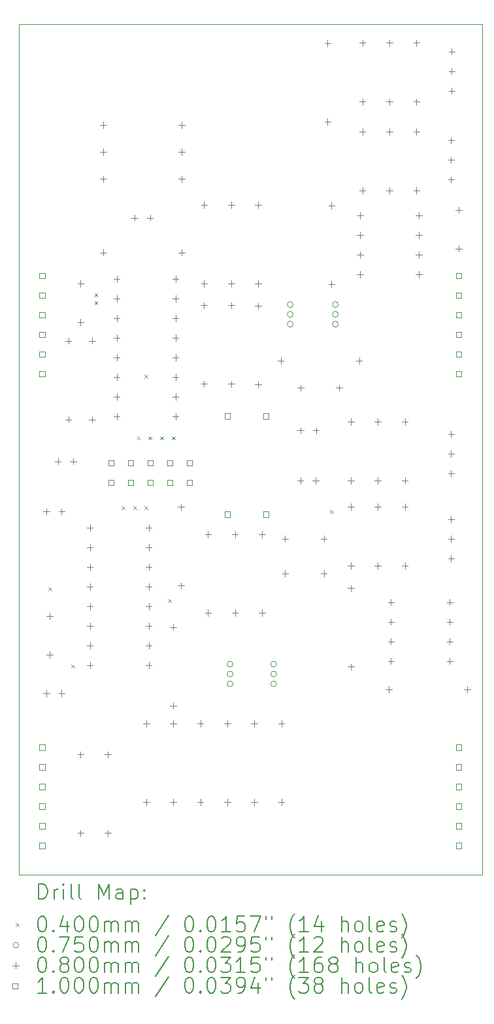
<source format=gbr>
%FSLAX45Y45*%
G04 Gerber Fmt 4.5, Leading zero omitted, Abs format (unit mm)*
G04 Created by KiCad (PCBNEW (6.0.1)) date 2022-02-08 11:35:58*
%MOMM*%
%LPD*%
G01*
G04 APERTURE LIST*
%TA.AperFunction,Profile*%
%ADD10C,0.050000*%
%TD*%
%ADD11C,0.200000*%
%ADD12C,0.040000*%
%ADD13C,0.075000*%
%ADD14C,0.080000*%
%ADD15C,0.100000*%
G04 APERTURE END LIST*
D10*
X9000000Y-3650000D02*
X9000000Y-14650000D01*
X3000000Y-3650000D02*
X9000000Y-3650000D01*
X3000000Y-3650000D02*
X3000000Y-14650000D01*
X3000000Y-14650000D02*
X9000000Y-14650000D01*
D11*
D12*
X3380000Y-10930000D02*
X3420000Y-10970000D01*
X3420000Y-10930000D02*
X3380000Y-10970000D01*
X3680000Y-11930000D02*
X3720000Y-11970000D01*
X3720000Y-11930000D02*
X3680000Y-11970000D01*
X3980000Y-7130000D02*
X4020000Y-7170000D01*
X4020000Y-7130000D02*
X3980000Y-7170000D01*
X3980000Y-7230000D02*
X4020000Y-7270000D01*
X4020000Y-7230000D02*
X3980000Y-7270000D01*
X4330000Y-9880000D02*
X4370000Y-9920000D01*
X4370000Y-9880000D02*
X4330000Y-9920000D01*
X4480000Y-9880000D02*
X4520000Y-9920000D01*
X4520000Y-9880000D02*
X4480000Y-9920000D01*
X4530000Y-8980000D02*
X4570000Y-9020000D01*
X4570000Y-8980000D02*
X4530000Y-9020000D01*
X4630000Y-8180000D02*
X4670000Y-8220000D01*
X4670000Y-8180000D02*
X4630000Y-8220000D01*
X4630000Y-9880000D02*
X4670000Y-9920000D01*
X4670000Y-9880000D02*
X4630000Y-9920000D01*
X4680000Y-8980000D02*
X4720000Y-9020000D01*
X4720000Y-8980000D02*
X4680000Y-9020000D01*
X4830000Y-8980000D02*
X4870000Y-9020000D01*
X4870000Y-8980000D02*
X4830000Y-9020000D01*
X4930000Y-11080000D02*
X4970000Y-11120000D01*
X4970000Y-11080000D02*
X4930000Y-11120000D01*
X4980000Y-8980000D02*
X5020000Y-9020000D01*
X5020000Y-8980000D02*
X4980000Y-9020000D01*
X7030000Y-9930000D02*
X7070000Y-9970000D01*
X7070000Y-9930000D02*
X7030000Y-9970000D01*
D13*
X5773500Y-11923000D02*
G75*
G03*
X5773500Y-11923000I-37500J0D01*
G01*
X5773500Y-12050000D02*
G75*
G03*
X5773500Y-12050000I-37500J0D01*
G01*
X5773500Y-12177000D02*
G75*
G03*
X5773500Y-12177000I-37500J0D01*
G01*
X6337500Y-11923000D02*
G75*
G03*
X6337500Y-11923000I-37500J0D01*
G01*
X6337500Y-12050000D02*
G75*
G03*
X6337500Y-12050000I-37500J0D01*
G01*
X6337500Y-12177000D02*
G75*
G03*
X6337500Y-12177000I-37500J0D01*
G01*
X6551500Y-7273000D02*
G75*
G03*
X6551500Y-7273000I-37500J0D01*
G01*
X6551500Y-7400000D02*
G75*
G03*
X6551500Y-7400000I-37500J0D01*
G01*
X6551500Y-7527000D02*
G75*
G03*
X6551500Y-7527000I-37500J0D01*
G01*
X7137500Y-7273000D02*
G75*
G03*
X7137500Y-7273000I-37500J0D01*
G01*
X7137500Y-7400000D02*
G75*
G03*
X7137500Y-7400000I-37500J0D01*
G01*
X7137500Y-7527000D02*
G75*
G03*
X7137500Y-7527000I-37500J0D01*
G01*
D14*
X3354489Y-9910000D02*
X3354489Y-9990000D01*
X3314489Y-9950000D02*
X3394489Y-9950000D01*
X3354489Y-12260000D02*
X3354489Y-12340000D01*
X3314489Y-12300000D02*
X3394489Y-12300000D01*
X3400000Y-11260000D02*
X3400000Y-11340000D01*
X3360000Y-11300000D02*
X3440000Y-11300000D01*
X3400000Y-11760000D02*
X3400000Y-11840000D01*
X3360000Y-11800000D02*
X3440000Y-11800000D01*
X3504489Y-9260000D02*
X3504489Y-9340000D01*
X3464489Y-9300000D02*
X3544489Y-9300000D01*
X3554489Y-9910000D02*
X3554489Y-9990000D01*
X3514489Y-9950000D02*
X3594489Y-9950000D01*
X3554489Y-12260000D02*
X3554489Y-12340000D01*
X3514489Y-12300000D02*
X3594489Y-12300000D01*
X3640000Y-7702000D02*
X3640000Y-7782000D01*
X3600000Y-7742000D02*
X3680000Y-7742000D01*
X3640000Y-8718000D02*
X3640000Y-8798000D01*
X3600000Y-8758000D02*
X3680000Y-8758000D01*
X3704489Y-9260000D02*
X3704489Y-9340000D01*
X3664489Y-9300000D02*
X3744489Y-9300000D01*
X3800000Y-6960000D02*
X3800000Y-7040000D01*
X3760000Y-7000000D02*
X3840000Y-7000000D01*
X3800000Y-7460000D02*
X3800000Y-7540000D01*
X3760000Y-7500000D02*
X3840000Y-7500000D01*
X3800000Y-13052000D02*
X3800000Y-13132000D01*
X3760000Y-13092000D02*
X3840000Y-13092000D01*
X3800000Y-14068000D02*
X3800000Y-14148000D01*
X3760000Y-14108000D02*
X3840000Y-14108000D01*
X3920000Y-10120000D02*
X3920000Y-10200000D01*
X3880000Y-10160000D02*
X3960000Y-10160000D01*
X3920000Y-10374000D02*
X3920000Y-10454000D01*
X3880000Y-10414000D02*
X3960000Y-10414000D01*
X3920000Y-10628000D02*
X3920000Y-10708000D01*
X3880000Y-10668000D02*
X3960000Y-10668000D01*
X3920000Y-10882000D02*
X3920000Y-10962000D01*
X3880000Y-10922000D02*
X3960000Y-10922000D01*
X3920000Y-11136000D02*
X3920000Y-11216000D01*
X3880000Y-11176000D02*
X3960000Y-11176000D01*
X3920000Y-11390000D02*
X3920000Y-11470000D01*
X3880000Y-11430000D02*
X3960000Y-11430000D01*
X3920000Y-11644000D02*
X3920000Y-11724000D01*
X3880000Y-11684000D02*
X3960000Y-11684000D01*
X3920000Y-11898000D02*
X3920000Y-11978000D01*
X3880000Y-11938000D02*
X3960000Y-11938000D01*
X3950000Y-7702000D02*
X3950000Y-7782000D01*
X3910000Y-7742000D02*
X3990000Y-7742000D01*
X3950000Y-8718000D02*
X3950000Y-8798000D01*
X3910000Y-8758000D02*
X3990000Y-8758000D01*
X4092000Y-4910000D02*
X4092000Y-4990000D01*
X4052000Y-4950000D02*
X4132000Y-4950000D01*
X4092000Y-5260000D02*
X4092000Y-5340000D01*
X4052000Y-5300000D02*
X4132000Y-5300000D01*
X4092000Y-5610000D02*
X4092000Y-5690000D01*
X4052000Y-5650000D02*
X4132000Y-5650000D01*
X4092000Y-6560000D02*
X4092000Y-6640000D01*
X4052000Y-6600000D02*
X4132000Y-6600000D01*
X4150000Y-13052000D02*
X4150000Y-13132000D01*
X4110000Y-13092000D02*
X4190000Y-13092000D01*
X4150000Y-14068000D02*
X4150000Y-14148000D01*
X4110000Y-14108000D02*
X4190000Y-14108000D01*
X4268000Y-6902000D02*
X4268000Y-6982000D01*
X4228000Y-6942000D02*
X4308000Y-6942000D01*
X4268000Y-7156000D02*
X4268000Y-7236000D01*
X4228000Y-7196000D02*
X4308000Y-7196000D01*
X4268000Y-7410000D02*
X4268000Y-7490000D01*
X4228000Y-7450000D02*
X4308000Y-7450000D01*
X4268000Y-7664000D02*
X4268000Y-7744000D01*
X4228000Y-7704000D02*
X4308000Y-7704000D01*
X4268000Y-7918000D02*
X4268000Y-7998000D01*
X4228000Y-7958000D02*
X4308000Y-7958000D01*
X4268000Y-8172000D02*
X4268000Y-8252000D01*
X4228000Y-8212000D02*
X4308000Y-8212000D01*
X4268000Y-8426000D02*
X4268000Y-8506000D01*
X4228000Y-8466000D02*
X4308000Y-8466000D01*
X4268000Y-8680000D02*
X4268000Y-8760000D01*
X4228000Y-8720000D02*
X4308000Y-8720000D01*
X4500000Y-6110000D02*
X4500000Y-6190000D01*
X4460000Y-6150000D02*
X4540000Y-6150000D01*
X4650000Y-12652000D02*
X4650000Y-12732000D01*
X4610000Y-12692000D02*
X4690000Y-12692000D01*
X4650000Y-13668000D02*
X4650000Y-13748000D01*
X4610000Y-13708000D02*
X4690000Y-13708000D01*
X4682000Y-10120000D02*
X4682000Y-10200000D01*
X4642000Y-10160000D02*
X4722000Y-10160000D01*
X4682000Y-10374000D02*
X4682000Y-10454000D01*
X4642000Y-10414000D02*
X4722000Y-10414000D01*
X4682000Y-10628000D02*
X4682000Y-10708000D01*
X4642000Y-10668000D02*
X4722000Y-10668000D01*
X4682000Y-10882000D02*
X4682000Y-10962000D01*
X4642000Y-10922000D02*
X4722000Y-10922000D01*
X4682000Y-11136000D02*
X4682000Y-11216000D01*
X4642000Y-11176000D02*
X4722000Y-11176000D01*
X4682000Y-11390000D02*
X4682000Y-11470000D01*
X4642000Y-11430000D02*
X4722000Y-11430000D01*
X4682000Y-11644000D02*
X4682000Y-11724000D01*
X4642000Y-11684000D02*
X4722000Y-11684000D01*
X4682000Y-11898000D02*
X4682000Y-11978000D01*
X4642000Y-11938000D02*
X4722000Y-11938000D01*
X4700000Y-6110000D02*
X4700000Y-6190000D01*
X4660000Y-6150000D02*
X4740000Y-6150000D01*
X5000000Y-11402000D02*
X5000000Y-11482000D01*
X4960000Y-11442000D02*
X5040000Y-11442000D01*
X5000000Y-12418000D02*
X5000000Y-12498000D01*
X4960000Y-12458000D02*
X5040000Y-12458000D01*
X5000000Y-12652000D02*
X5000000Y-12732000D01*
X4960000Y-12692000D02*
X5040000Y-12692000D01*
X5000000Y-13668000D02*
X5000000Y-13748000D01*
X4960000Y-13708000D02*
X5040000Y-13708000D01*
X5030000Y-6902000D02*
X5030000Y-6982000D01*
X4990000Y-6942000D02*
X5070000Y-6942000D01*
X5030000Y-7156000D02*
X5030000Y-7236000D01*
X4990000Y-7196000D02*
X5070000Y-7196000D01*
X5030000Y-7410000D02*
X5030000Y-7490000D01*
X4990000Y-7450000D02*
X5070000Y-7450000D01*
X5030000Y-7664000D02*
X5030000Y-7744000D01*
X4990000Y-7704000D02*
X5070000Y-7704000D01*
X5030000Y-7918000D02*
X5030000Y-7998000D01*
X4990000Y-7958000D02*
X5070000Y-7958000D01*
X5030000Y-8172000D02*
X5030000Y-8252000D01*
X4990000Y-8212000D02*
X5070000Y-8212000D01*
X5030000Y-8426000D02*
X5030000Y-8506000D01*
X4990000Y-8466000D02*
X5070000Y-8466000D01*
X5030000Y-8680000D02*
X5030000Y-8760000D01*
X4990000Y-8720000D02*
X5070000Y-8720000D01*
X5100000Y-9852000D02*
X5100000Y-9932000D01*
X5060000Y-9892000D02*
X5140000Y-9892000D01*
X5100000Y-10868000D02*
X5100000Y-10948000D01*
X5060000Y-10908000D02*
X5140000Y-10908000D01*
X5108000Y-4910000D02*
X5108000Y-4990000D01*
X5068000Y-4950000D02*
X5148000Y-4950000D01*
X5108000Y-5260000D02*
X5108000Y-5340000D01*
X5068000Y-5300000D02*
X5148000Y-5300000D01*
X5108000Y-5610000D02*
X5108000Y-5690000D01*
X5068000Y-5650000D02*
X5148000Y-5650000D01*
X5108000Y-6560000D02*
X5108000Y-6640000D01*
X5068000Y-6600000D02*
X5148000Y-6600000D01*
X5350000Y-12652000D02*
X5350000Y-12732000D01*
X5310000Y-12692000D02*
X5390000Y-12692000D01*
X5350000Y-13668000D02*
X5350000Y-13748000D01*
X5310000Y-13708000D02*
X5390000Y-13708000D01*
X5400000Y-5944000D02*
X5400000Y-6024000D01*
X5360000Y-5984000D02*
X5440000Y-5984000D01*
X5400000Y-6960000D02*
X5400000Y-7040000D01*
X5360000Y-7000000D02*
X5440000Y-7000000D01*
X5400000Y-7244000D02*
X5400000Y-7324000D01*
X5360000Y-7284000D02*
X5440000Y-7284000D01*
X5400000Y-8260000D02*
X5400000Y-8340000D01*
X5360000Y-8300000D02*
X5440000Y-8300000D01*
X5450000Y-10202000D02*
X5450000Y-10282000D01*
X5410000Y-10242000D02*
X5490000Y-10242000D01*
X5450000Y-11218000D02*
X5450000Y-11298000D01*
X5410000Y-11258000D02*
X5490000Y-11258000D01*
X5700000Y-12652000D02*
X5700000Y-12732000D01*
X5660000Y-12692000D02*
X5740000Y-12692000D01*
X5700000Y-13668000D02*
X5700000Y-13748000D01*
X5660000Y-13708000D02*
X5740000Y-13708000D01*
X5750000Y-5944000D02*
X5750000Y-6024000D01*
X5710000Y-5984000D02*
X5790000Y-5984000D01*
X5750000Y-6960000D02*
X5750000Y-7040000D01*
X5710000Y-7000000D02*
X5790000Y-7000000D01*
X5750000Y-7244000D02*
X5750000Y-7324000D01*
X5710000Y-7284000D02*
X5790000Y-7284000D01*
X5750000Y-8260000D02*
X5750000Y-8340000D01*
X5710000Y-8300000D02*
X5790000Y-8300000D01*
X5800000Y-10202000D02*
X5800000Y-10282000D01*
X5760000Y-10242000D02*
X5840000Y-10242000D01*
X5800000Y-11218000D02*
X5800000Y-11298000D01*
X5760000Y-11258000D02*
X5840000Y-11258000D01*
X6050000Y-12652000D02*
X6050000Y-12732000D01*
X6010000Y-12692000D02*
X6090000Y-12692000D01*
X6050000Y-13668000D02*
X6050000Y-13748000D01*
X6010000Y-13708000D02*
X6090000Y-13708000D01*
X6100000Y-5944000D02*
X6100000Y-6024000D01*
X6060000Y-5984000D02*
X6140000Y-5984000D01*
X6100000Y-6960000D02*
X6100000Y-7040000D01*
X6060000Y-7000000D02*
X6140000Y-7000000D01*
X6100000Y-7252000D02*
X6100000Y-7332000D01*
X6060000Y-7292000D02*
X6140000Y-7292000D01*
X6100000Y-8268000D02*
X6100000Y-8348000D01*
X6060000Y-8308000D02*
X6140000Y-8308000D01*
X6150000Y-10202000D02*
X6150000Y-10282000D01*
X6110000Y-10242000D02*
X6190000Y-10242000D01*
X6150000Y-11218000D02*
X6150000Y-11298000D01*
X6110000Y-11258000D02*
X6190000Y-11258000D01*
X6392000Y-7960000D02*
X6392000Y-8040000D01*
X6352000Y-8000000D02*
X6432000Y-8000000D01*
X6400000Y-12652000D02*
X6400000Y-12732000D01*
X6360000Y-12692000D02*
X6440000Y-12692000D01*
X6400000Y-13668000D02*
X6400000Y-13748000D01*
X6360000Y-13708000D02*
X6440000Y-13708000D01*
X6450000Y-10260000D02*
X6450000Y-10340000D01*
X6410000Y-10300000D02*
X6490000Y-10300000D01*
X6450000Y-10710000D02*
X6450000Y-10790000D01*
X6410000Y-10750000D02*
X6490000Y-10750000D01*
X6645511Y-9510000D02*
X6645511Y-9590000D01*
X6605511Y-9550000D02*
X6685511Y-9550000D01*
X6650000Y-8310000D02*
X6650000Y-8390000D01*
X6610000Y-8350000D02*
X6690000Y-8350000D01*
X6650000Y-8860000D02*
X6650000Y-8940000D01*
X6610000Y-8900000D02*
X6690000Y-8900000D01*
X6845511Y-9510000D02*
X6845511Y-9590000D01*
X6805511Y-9550000D02*
X6885511Y-9550000D01*
X6850000Y-8860000D02*
X6850000Y-8940000D01*
X6810000Y-8900000D02*
X6890000Y-8900000D01*
X6950000Y-10260000D02*
X6950000Y-10340000D01*
X6910000Y-10300000D02*
X6990000Y-10300000D01*
X6950000Y-10710000D02*
X6950000Y-10790000D01*
X6910000Y-10750000D02*
X6990000Y-10750000D01*
X7000000Y-3852000D02*
X7000000Y-3932000D01*
X6960000Y-3892000D02*
X7040000Y-3892000D01*
X7000000Y-4868000D02*
X7000000Y-4948000D01*
X6960000Y-4908000D02*
X7040000Y-4908000D01*
X7050000Y-5952000D02*
X7050000Y-6032000D01*
X7010000Y-5992000D02*
X7090000Y-5992000D01*
X7050000Y-6968000D02*
X7050000Y-7048000D01*
X7010000Y-7008000D02*
X7090000Y-7008000D01*
X7150000Y-8310000D02*
X7150000Y-8390000D01*
X7110000Y-8350000D02*
X7190000Y-8350000D01*
X7300000Y-8748000D02*
X7300000Y-8828000D01*
X7260000Y-8788000D02*
X7340000Y-8788000D01*
X7300000Y-9510000D02*
X7300000Y-9590000D01*
X7260000Y-9550000D02*
X7340000Y-9550000D01*
X7300000Y-9848000D02*
X7300000Y-9928000D01*
X7260000Y-9888000D02*
X7340000Y-9888000D01*
X7300000Y-10610000D02*
X7300000Y-10690000D01*
X7260000Y-10650000D02*
X7340000Y-10650000D01*
X7300000Y-10902000D02*
X7300000Y-10982000D01*
X7260000Y-10942000D02*
X7340000Y-10942000D01*
X7300000Y-11918000D02*
X7300000Y-11998000D01*
X7260000Y-11958000D02*
X7340000Y-11958000D01*
X7408000Y-7960000D02*
X7408000Y-8040000D01*
X7368000Y-8000000D02*
X7448000Y-8000000D01*
X7420000Y-6080000D02*
X7420000Y-6160000D01*
X7380000Y-6120000D02*
X7460000Y-6120000D01*
X7420000Y-6334000D02*
X7420000Y-6414000D01*
X7380000Y-6374000D02*
X7460000Y-6374000D01*
X7420000Y-6588000D02*
X7420000Y-6668000D01*
X7380000Y-6628000D02*
X7460000Y-6628000D01*
X7420000Y-6842000D02*
X7420000Y-6922000D01*
X7380000Y-6882000D02*
X7460000Y-6882000D01*
X7450000Y-3848000D02*
X7450000Y-3928000D01*
X7410000Y-3888000D02*
X7490000Y-3888000D01*
X7450000Y-4610000D02*
X7450000Y-4690000D01*
X7410000Y-4650000D02*
X7490000Y-4650000D01*
X7450000Y-4998000D02*
X7450000Y-5078000D01*
X7410000Y-5038000D02*
X7490000Y-5038000D01*
X7450000Y-5760000D02*
X7450000Y-5840000D01*
X7410000Y-5800000D02*
X7490000Y-5800000D01*
X7650000Y-8748000D02*
X7650000Y-8828000D01*
X7610000Y-8788000D02*
X7690000Y-8788000D01*
X7650000Y-9510000D02*
X7650000Y-9590000D01*
X7610000Y-9550000D02*
X7690000Y-9550000D01*
X7650000Y-9848000D02*
X7650000Y-9928000D01*
X7610000Y-9888000D02*
X7690000Y-9888000D01*
X7650000Y-10610000D02*
X7650000Y-10690000D01*
X7610000Y-10650000D02*
X7690000Y-10650000D01*
X7792000Y-12210000D02*
X7792000Y-12290000D01*
X7752000Y-12250000D02*
X7832000Y-12250000D01*
X7800000Y-3848000D02*
X7800000Y-3928000D01*
X7760000Y-3888000D02*
X7840000Y-3888000D01*
X7800000Y-4610000D02*
X7800000Y-4690000D01*
X7760000Y-4650000D02*
X7840000Y-4650000D01*
X7800000Y-4998000D02*
X7800000Y-5078000D01*
X7760000Y-5038000D02*
X7840000Y-5038000D01*
X7800000Y-5760000D02*
X7800000Y-5840000D01*
X7760000Y-5800000D02*
X7840000Y-5800000D01*
X7820000Y-11080000D02*
X7820000Y-11160000D01*
X7780000Y-11120000D02*
X7860000Y-11120000D01*
X7820000Y-11334000D02*
X7820000Y-11414000D01*
X7780000Y-11374000D02*
X7860000Y-11374000D01*
X7820000Y-11588000D02*
X7820000Y-11668000D01*
X7780000Y-11628000D02*
X7860000Y-11628000D01*
X7820000Y-11842000D02*
X7820000Y-11922000D01*
X7780000Y-11882000D02*
X7860000Y-11882000D01*
X8000000Y-8748000D02*
X8000000Y-8828000D01*
X7960000Y-8788000D02*
X8040000Y-8788000D01*
X8000000Y-9510000D02*
X8000000Y-9590000D01*
X7960000Y-9550000D02*
X8040000Y-9550000D01*
X8000000Y-9848000D02*
X8000000Y-9928000D01*
X7960000Y-9888000D02*
X8040000Y-9888000D01*
X8000000Y-10610000D02*
X8000000Y-10690000D01*
X7960000Y-10650000D02*
X8040000Y-10650000D01*
X8150000Y-3848000D02*
X8150000Y-3928000D01*
X8110000Y-3888000D02*
X8190000Y-3888000D01*
X8150000Y-4610000D02*
X8150000Y-4690000D01*
X8110000Y-4650000D02*
X8190000Y-4650000D01*
X8150000Y-4998000D02*
X8150000Y-5078000D01*
X8110000Y-5038000D02*
X8190000Y-5038000D01*
X8150000Y-5760000D02*
X8150000Y-5840000D01*
X8110000Y-5800000D02*
X8190000Y-5800000D01*
X8182000Y-6080000D02*
X8182000Y-6160000D01*
X8142000Y-6120000D02*
X8222000Y-6120000D01*
X8182000Y-6334000D02*
X8182000Y-6414000D01*
X8142000Y-6374000D02*
X8222000Y-6374000D01*
X8182000Y-6588000D02*
X8182000Y-6668000D01*
X8142000Y-6628000D02*
X8222000Y-6628000D01*
X8182000Y-6842000D02*
X8182000Y-6922000D01*
X8142000Y-6882000D02*
X8222000Y-6882000D01*
X8582000Y-11080000D02*
X8582000Y-11160000D01*
X8542000Y-11120000D02*
X8622000Y-11120000D01*
X8582000Y-11334000D02*
X8582000Y-11414000D01*
X8542000Y-11374000D02*
X8622000Y-11374000D01*
X8582000Y-11588000D02*
X8582000Y-11668000D01*
X8542000Y-11628000D02*
X8622000Y-11628000D01*
X8582000Y-11842000D02*
X8582000Y-11922000D01*
X8542000Y-11882000D02*
X8622000Y-11882000D01*
X8600000Y-5110000D02*
X8600000Y-5190000D01*
X8560000Y-5150000D02*
X8640000Y-5150000D01*
X8600000Y-5364000D02*
X8600000Y-5444000D01*
X8560000Y-5404000D02*
X8640000Y-5404000D01*
X8600000Y-5618000D02*
X8600000Y-5698000D01*
X8560000Y-5658000D02*
X8640000Y-5658000D01*
X8600000Y-8910000D02*
X8600000Y-8990000D01*
X8560000Y-8950000D02*
X8640000Y-8950000D01*
X8600000Y-9164000D02*
X8600000Y-9244000D01*
X8560000Y-9204000D02*
X8640000Y-9204000D01*
X8600000Y-9418000D02*
X8600000Y-9498000D01*
X8560000Y-9458000D02*
X8640000Y-9458000D01*
X8600000Y-10010000D02*
X8600000Y-10090000D01*
X8560000Y-10050000D02*
X8640000Y-10050000D01*
X8600000Y-10264000D02*
X8600000Y-10344000D01*
X8560000Y-10304000D02*
X8640000Y-10304000D01*
X8600000Y-10518000D02*
X8600000Y-10598000D01*
X8560000Y-10558000D02*
X8640000Y-10558000D01*
X8608000Y-3960000D02*
X8608000Y-4040000D01*
X8568000Y-4000000D02*
X8648000Y-4000000D01*
X8608000Y-4214000D02*
X8608000Y-4294000D01*
X8568000Y-4254000D02*
X8648000Y-4254000D01*
X8608000Y-4468000D02*
X8608000Y-4548000D01*
X8568000Y-4508000D02*
X8648000Y-4508000D01*
X8700000Y-6010000D02*
X8700000Y-6090000D01*
X8660000Y-6050000D02*
X8740000Y-6050000D01*
X8700000Y-6510000D02*
X8700000Y-6590000D01*
X8660000Y-6550000D02*
X8740000Y-6550000D01*
X8808000Y-12210000D02*
X8808000Y-12290000D01*
X8768000Y-12250000D02*
X8848000Y-12250000D01*
D15*
X3335356Y-6935356D02*
X3335356Y-6864644D01*
X3264644Y-6864644D01*
X3264644Y-6935356D01*
X3335356Y-6935356D01*
X3335356Y-7189356D02*
X3335356Y-7118644D01*
X3264644Y-7118644D01*
X3264644Y-7189356D01*
X3335356Y-7189356D01*
X3335356Y-7443356D02*
X3335356Y-7372644D01*
X3264644Y-7372644D01*
X3264644Y-7443356D01*
X3335356Y-7443356D01*
X3335356Y-7697356D02*
X3335356Y-7626644D01*
X3264644Y-7626644D01*
X3264644Y-7697356D01*
X3335356Y-7697356D01*
X3335356Y-7951356D02*
X3335356Y-7880644D01*
X3264644Y-7880644D01*
X3264644Y-7951356D01*
X3335356Y-7951356D01*
X3335356Y-8205356D02*
X3335356Y-8134644D01*
X3264644Y-8134644D01*
X3264644Y-8205356D01*
X3335356Y-8205356D01*
X3335356Y-13035356D02*
X3335356Y-12964644D01*
X3264644Y-12964644D01*
X3264644Y-13035356D01*
X3335356Y-13035356D01*
X3335356Y-13289356D02*
X3335356Y-13218644D01*
X3264644Y-13218644D01*
X3264644Y-13289356D01*
X3335356Y-13289356D01*
X3335356Y-13543356D02*
X3335356Y-13472644D01*
X3264644Y-13472644D01*
X3264644Y-13543356D01*
X3335356Y-13543356D01*
X3335356Y-13797356D02*
X3335356Y-13726644D01*
X3264644Y-13726644D01*
X3264644Y-13797356D01*
X3335356Y-13797356D01*
X3335356Y-14051356D02*
X3335356Y-13980644D01*
X3264644Y-13980644D01*
X3264644Y-14051356D01*
X3335356Y-14051356D01*
X3335356Y-14305356D02*
X3335356Y-14234644D01*
X3264644Y-14234644D01*
X3264644Y-14305356D01*
X3335356Y-14305356D01*
X4227856Y-9357856D02*
X4227856Y-9287144D01*
X4157144Y-9287144D01*
X4157144Y-9357856D01*
X4227856Y-9357856D01*
X4227856Y-9611856D02*
X4227856Y-9541144D01*
X4157144Y-9541144D01*
X4157144Y-9611856D01*
X4227856Y-9611856D01*
X4481856Y-9357856D02*
X4481856Y-9287144D01*
X4411144Y-9287144D01*
X4411144Y-9357856D01*
X4481856Y-9357856D01*
X4481856Y-9611856D02*
X4481856Y-9541144D01*
X4411144Y-9541144D01*
X4411144Y-9611856D01*
X4481856Y-9611856D01*
X4735856Y-9357856D02*
X4735856Y-9287144D01*
X4665144Y-9287144D01*
X4665144Y-9357856D01*
X4735856Y-9357856D01*
X4735856Y-9611856D02*
X4735856Y-9541144D01*
X4665144Y-9541144D01*
X4665144Y-9611856D01*
X4735856Y-9611856D01*
X4989856Y-9357856D02*
X4989856Y-9287144D01*
X4919144Y-9287144D01*
X4919144Y-9357856D01*
X4989856Y-9357856D01*
X4989856Y-9611856D02*
X4989856Y-9541144D01*
X4919144Y-9541144D01*
X4919144Y-9611856D01*
X4989856Y-9611856D01*
X5243856Y-9357856D02*
X5243856Y-9287144D01*
X5173144Y-9287144D01*
X5173144Y-9357856D01*
X5243856Y-9357856D01*
X5243856Y-9611856D02*
X5243856Y-9541144D01*
X5173144Y-9541144D01*
X5173144Y-9611856D01*
X5243856Y-9611856D01*
X5735356Y-8750356D02*
X5735356Y-8679644D01*
X5664644Y-8679644D01*
X5664644Y-8750356D01*
X5735356Y-8750356D01*
X5735356Y-10020356D02*
X5735356Y-9949644D01*
X5664644Y-9949644D01*
X5664644Y-10020356D01*
X5735356Y-10020356D01*
X6235356Y-8750356D02*
X6235356Y-8679644D01*
X6164644Y-8679644D01*
X6164644Y-8750356D01*
X6235356Y-8750356D01*
X6235356Y-10020356D02*
X6235356Y-9949644D01*
X6164644Y-9949644D01*
X6164644Y-10020356D01*
X6235356Y-10020356D01*
X8735356Y-6935356D02*
X8735356Y-6864644D01*
X8664644Y-6864644D01*
X8664644Y-6935356D01*
X8735356Y-6935356D01*
X8735356Y-7189356D02*
X8735356Y-7118644D01*
X8664644Y-7118644D01*
X8664644Y-7189356D01*
X8735356Y-7189356D01*
X8735356Y-7443356D02*
X8735356Y-7372644D01*
X8664644Y-7372644D01*
X8664644Y-7443356D01*
X8735356Y-7443356D01*
X8735356Y-7697356D02*
X8735356Y-7626644D01*
X8664644Y-7626644D01*
X8664644Y-7697356D01*
X8735356Y-7697356D01*
X8735356Y-7951356D02*
X8735356Y-7880644D01*
X8664644Y-7880644D01*
X8664644Y-7951356D01*
X8735356Y-7951356D01*
X8735356Y-8205356D02*
X8735356Y-8134644D01*
X8664644Y-8134644D01*
X8664644Y-8205356D01*
X8735356Y-8205356D01*
X8735356Y-13035356D02*
X8735356Y-12964644D01*
X8664644Y-12964644D01*
X8664644Y-13035356D01*
X8735356Y-13035356D01*
X8735356Y-13289356D02*
X8735356Y-13218644D01*
X8664644Y-13218644D01*
X8664644Y-13289356D01*
X8735356Y-13289356D01*
X8735356Y-13543356D02*
X8735356Y-13472644D01*
X8664644Y-13472644D01*
X8664644Y-13543356D01*
X8735356Y-13543356D01*
X8735356Y-13797356D02*
X8735356Y-13726644D01*
X8664644Y-13726644D01*
X8664644Y-13797356D01*
X8735356Y-13797356D01*
X8735356Y-14051356D02*
X8735356Y-13980644D01*
X8664644Y-13980644D01*
X8664644Y-14051356D01*
X8735356Y-14051356D01*
X8735356Y-14305356D02*
X8735356Y-14234644D01*
X8664644Y-14234644D01*
X8664644Y-14305356D01*
X8735356Y-14305356D01*
D11*
X3255119Y-14962976D02*
X3255119Y-14762976D01*
X3302738Y-14762976D01*
X3331309Y-14772500D01*
X3350357Y-14791548D01*
X3359881Y-14810595D01*
X3369405Y-14848690D01*
X3369405Y-14877262D01*
X3359881Y-14915357D01*
X3350357Y-14934405D01*
X3331309Y-14953452D01*
X3302738Y-14962976D01*
X3255119Y-14962976D01*
X3455119Y-14962976D02*
X3455119Y-14829643D01*
X3455119Y-14867738D02*
X3464643Y-14848690D01*
X3474167Y-14839167D01*
X3493214Y-14829643D01*
X3512262Y-14829643D01*
X3578928Y-14962976D02*
X3578928Y-14829643D01*
X3578928Y-14762976D02*
X3569405Y-14772500D01*
X3578928Y-14782024D01*
X3588452Y-14772500D01*
X3578928Y-14762976D01*
X3578928Y-14782024D01*
X3702738Y-14962976D02*
X3683690Y-14953452D01*
X3674167Y-14934405D01*
X3674167Y-14762976D01*
X3807500Y-14962976D02*
X3788452Y-14953452D01*
X3778928Y-14934405D01*
X3778928Y-14762976D01*
X4036071Y-14962976D02*
X4036071Y-14762976D01*
X4102738Y-14905833D01*
X4169405Y-14762976D01*
X4169405Y-14962976D01*
X4350357Y-14962976D02*
X4350357Y-14858214D01*
X4340833Y-14839167D01*
X4321786Y-14829643D01*
X4283690Y-14829643D01*
X4264643Y-14839167D01*
X4350357Y-14953452D02*
X4331310Y-14962976D01*
X4283690Y-14962976D01*
X4264643Y-14953452D01*
X4255119Y-14934405D01*
X4255119Y-14915357D01*
X4264643Y-14896309D01*
X4283690Y-14886786D01*
X4331310Y-14886786D01*
X4350357Y-14877262D01*
X4445595Y-14829643D02*
X4445595Y-15029643D01*
X4445595Y-14839167D02*
X4464643Y-14829643D01*
X4502738Y-14829643D01*
X4521786Y-14839167D01*
X4531310Y-14848690D01*
X4540833Y-14867738D01*
X4540833Y-14924881D01*
X4531310Y-14943928D01*
X4521786Y-14953452D01*
X4502738Y-14962976D01*
X4464643Y-14962976D01*
X4445595Y-14953452D01*
X4626548Y-14943928D02*
X4636071Y-14953452D01*
X4626548Y-14962976D01*
X4617024Y-14953452D01*
X4626548Y-14943928D01*
X4626548Y-14962976D01*
X4626548Y-14839167D02*
X4636071Y-14848690D01*
X4626548Y-14858214D01*
X4617024Y-14848690D01*
X4626548Y-14839167D01*
X4626548Y-14858214D01*
D12*
X2957500Y-15272500D02*
X2997500Y-15312500D01*
X2997500Y-15272500D02*
X2957500Y-15312500D01*
D11*
X3293214Y-15182976D02*
X3312262Y-15182976D01*
X3331309Y-15192500D01*
X3340833Y-15202024D01*
X3350357Y-15221071D01*
X3359881Y-15259167D01*
X3359881Y-15306786D01*
X3350357Y-15344881D01*
X3340833Y-15363928D01*
X3331309Y-15373452D01*
X3312262Y-15382976D01*
X3293214Y-15382976D01*
X3274167Y-15373452D01*
X3264643Y-15363928D01*
X3255119Y-15344881D01*
X3245595Y-15306786D01*
X3245595Y-15259167D01*
X3255119Y-15221071D01*
X3264643Y-15202024D01*
X3274167Y-15192500D01*
X3293214Y-15182976D01*
X3445595Y-15363928D02*
X3455119Y-15373452D01*
X3445595Y-15382976D01*
X3436071Y-15373452D01*
X3445595Y-15363928D01*
X3445595Y-15382976D01*
X3626548Y-15249643D02*
X3626548Y-15382976D01*
X3578928Y-15173452D02*
X3531309Y-15316309D01*
X3655119Y-15316309D01*
X3769405Y-15182976D02*
X3788452Y-15182976D01*
X3807500Y-15192500D01*
X3817024Y-15202024D01*
X3826548Y-15221071D01*
X3836071Y-15259167D01*
X3836071Y-15306786D01*
X3826548Y-15344881D01*
X3817024Y-15363928D01*
X3807500Y-15373452D01*
X3788452Y-15382976D01*
X3769405Y-15382976D01*
X3750357Y-15373452D01*
X3740833Y-15363928D01*
X3731309Y-15344881D01*
X3721786Y-15306786D01*
X3721786Y-15259167D01*
X3731309Y-15221071D01*
X3740833Y-15202024D01*
X3750357Y-15192500D01*
X3769405Y-15182976D01*
X3959881Y-15182976D02*
X3978928Y-15182976D01*
X3997976Y-15192500D01*
X4007500Y-15202024D01*
X4017024Y-15221071D01*
X4026548Y-15259167D01*
X4026548Y-15306786D01*
X4017024Y-15344881D01*
X4007500Y-15363928D01*
X3997976Y-15373452D01*
X3978928Y-15382976D01*
X3959881Y-15382976D01*
X3940833Y-15373452D01*
X3931309Y-15363928D01*
X3921786Y-15344881D01*
X3912262Y-15306786D01*
X3912262Y-15259167D01*
X3921786Y-15221071D01*
X3931309Y-15202024D01*
X3940833Y-15192500D01*
X3959881Y-15182976D01*
X4112262Y-15382976D02*
X4112262Y-15249643D01*
X4112262Y-15268690D02*
X4121786Y-15259167D01*
X4140833Y-15249643D01*
X4169405Y-15249643D01*
X4188452Y-15259167D01*
X4197976Y-15278214D01*
X4197976Y-15382976D01*
X4197976Y-15278214D02*
X4207500Y-15259167D01*
X4226548Y-15249643D01*
X4255119Y-15249643D01*
X4274167Y-15259167D01*
X4283690Y-15278214D01*
X4283690Y-15382976D01*
X4378929Y-15382976D02*
X4378929Y-15249643D01*
X4378929Y-15268690D02*
X4388452Y-15259167D01*
X4407500Y-15249643D01*
X4436071Y-15249643D01*
X4455119Y-15259167D01*
X4464643Y-15278214D01*
X4464643Y-15382976D01*
X4464643Y-15278214D02*
X4474167Y-15259167D01*
X4493214Y-15249643D01*
X4521786Y-15249643D01*
X4540833Y-15259167D01*
X4550357Y-15278214D01*
X4550357Y-15382976D01*
X4940833Y-15173452D02*
X4769405Y-15430595D01*
X5197976Y-15182976D02*
X5217024Y-15182976D01*
X5236071Y-15192500D01*
X5245595Y-15202024D01*
X5255119Y-15221071D01*
X5264643Y-15259167D01*
X5264643Y-15306786D01*
X5255119Y-15344881D01*
X5245595Y-15363928D01*
X5236071Y-15373452D01*
X5217024Y-15382976D01*
X5197976Y-15382976D01*
X5178929Y-15373452D01*
X5169405Y-15363928D01*
X5159881Y-15344881D01*
X5150357Y-15306786D01*
X5150357Y-15259167D01*
X5159881Y-15221071D01*
X5169405Y-15202024D01*
X5178929Y-15192500D01*
X5197976Y-15182976D01*
X5350357Y-15363928D02*
X5359881Y-15373452D01*
X5350357Y-15382976D01*
X5340833Y-15373452D01*
X5350357Y-15363928D01*
X5350357Y-15382976D01*
X5483690Y-15182976D02*
X5502738Y-15182976D01*
X5521786Y-15192500D01*
X5531310Y-15202024D01*
X5540833Y-15221071D01*
X5550357Y-15259167D01*
X5550357Y-15306786D01*
X5540833Y-15344881D01*
X5531310Y-15363928D01*
X5521786Y-15373452D01*
X5502738Y-15382976D01*
X5483690Y-15382976D01*
X5464643Y-15373452D01*
X5455119Y-15363928D01*
X5445595Y-15344881D01*
X5436071Y-15306786D01*
X5436071Y-15259167D01*
X5445595Y-15221071D01*
X5455119Y-15202024D01*
X5464643Y-15192500D01*
X5483690Y-15182976D01*
X5740833Y-15382976D02*
X5626548Y-15382976D01*
X5683690Y-15382976D02*
X5683690Y-15182976D01*
X5664643Y-15211548D01*
X5645595Y-15230595D01*
X5626548Y-15240119D01*
X5921786Y-15182976D02*
X5826548Y-15182976D01*
X5817024Y-15278214D01*
X5826548Y-15268690D01*
X5845595Y-15259167D01*
X5893214Y-15259167D01*
X5912262Y-15268690D01*
X5921786Y-15278214D01*
X5931309Y-15297262D01*
X5931309Y-15344881D01*
X5921786Y-15363928D01*
X5912262Y-15373452D01*
X5893214Y-15382976D01*
X5845595Y-15382976D01*
X5826548Y-15373452D01*
X5817024Y-15363928D01*
X5997976Y-15182976D02*
X6131309Y-15182976D01*
X6045595Y-15382976D01*
X6197976Y-15182976D02*
X6197976Y-15221071D01*
X6274167Y-15182976D02*
X6274167Y-15221071D01*
X6569405Y-15459167D02*
X6559881Y-15449643D01*
X6540833Y-15421071D01*
X6531309Y-15402024D01*
X6521786Y-15373452D01*
X6512262Y-15325833D01*
X6512262Y-15287738D01*
X6521786Y-15240119D01*
X6531309Y-15211548D01*
X6540833Y-15192500D01*
X6559881Y-15163928D01*
X6569405Y-15154405D01*
X6750357Y-15382976D02*
X6636071Y-15382976D01*
X6693214Y-15382976D02*
X6693214Y-15182976D01*
X6674167Y-15211548D01*
X6655119Y-15230595D01*
X6636071Y-15240119D01*
X6921786Y-15249643D02*
X6921786Y-15382976D01*
X6874167Y-15173452D02*
X6826548Y-15316309D01*
X6950357Y-15316309D01*
X7178928Y-15382976D02*
X7178928Y-15182976D01*
X7264643Y-15382976D02*
X7264643Y-15278214D01*
X7255119Y-15259167D01*
X7236071Y-15249643D01*
X7207500Y-15249643D01*
X7188452Y-15259167D01*
X7178928Y-15268690D01*
X7388452Y-15382976D02*
X7369405Y-15373452D01*
X7359881Y-15363928D01*
X7350357Y-15344881D01*
X7350357Y-15287738D01*
X7359881Y-15268690D01*
X7369405Y-15259167D01*
X7388452Y-15249643D01*
X7417024Y-15249643D01*
X7436071Y-15259167D01*
X7445595Y-15268690D01*
X7455119Y-15287738D01*
X7455119Y-15344881D01*
X7445595Y-15363928D01*
X7436071Y-15373452D01*
X7417024Y-15382976D01*
X7388452Y-15382976D01*
X7569405Y-15382976D02*
X7550357Y-15373452D01*
X7540833Y-15354405D01*
X7540833Y-15182976D01*
X7721786Y-15373452D02*
X7702738Y-15382976D01*
X7664643Y-15382976D01*
X7645595Y-15373452D01*
X7636071Y-15354405D01*
X7636071Y-15278214D01*
X7645595Y-15259167D01*
X7664643Y-15249643D01*
X7702738Y-15249643D01*
X7721786Y-15259167D01*
X7731309Y-15278214D01*
X7731309Y-15297262D01*
X7636071Y-15316309D01*
X7807500Y-15373452D02*
X7826548Y-15382976D01*
X7864643Y-15382976D01*
X7883690Y-15373452D01*
X7893214Y-15354405D01*
X7893214Y-15344881D01*
X7883690Y-15325833D01*
X7864643Y-15316309D01*
X7836071Y-15316309D01*
X7817024Y-15306786D01*
X7807500Y-15287738D01*
X7807500Y-15278214D01*
X7817024Y-15259167D01*
X7836071Y-15249643D01*
X7864643Y-15249643D01*
X7883690Y-15259167D01*
X7959881Y-15459167D02*
X7969405Y-15449643D01*
X7988452Y-15421071D01*
X7997976Y-15402024D01*
X8007500Y-15373452D01*
X8017024Y-15325833D01*
X8017024Y-15287738D01*
X8007500Y-15240119D01*
X7997976Y-15211548D01*
X7988452Y-15192500D01*
X7969405Y-15163928D01*
X7959881Y-15154405D01*
D13*
X2997500Y-15556500D02*
G75*
G03*
X2997500Y-15556500I-37500J0D01*
G01*
D11*
X3293214Y-15446976D02*
X3312262Y-15446976D01*
X3331309Y-15456500D01*
X3340833Y-15466024D01*
X3350357Y-15485071D01*
X3359881Y-15523167D01*
X3359881Y-15570786D01*
X3350357Y-15608881D01*
X3340833Y-15627928D01*
X3331309Y-15637452D01*
X3312262Y-15646976D01*
X3293214Y-15646976D01*
X3274167Y-15637452D01*
X3264643Y-15627928D01*
X3255119Y-15608881D01*
X3245595Y-15570786D01*
X3245595Y-15523167D01*
X3255119Y-15485071D01*
X3264643Y-15466024D01*
X3274167Y-15456500D01*
X3293214Y-15446976D01*
X3445595Y-15627928D02*
X3455119Y-15637452D01*
X3445595Y-15646976D01*
X3436071Y-15637452D01*
X3445595Y-15627928D01*
X3445595Y-15646976D01*
X3521786Y-15446976D02*
X3655119Y-15446976D01*
X3569405Y-15646976D01*
X3826548Y-15446976D02*
X3731309Y-15446976D01*
X3721786Y-15542214D01*
X3731309Y-15532690D01*
X3750357Y-15523167D01*
X3797976Y-15523167D01*
X3817024Y-15532690D01*
X3826548Y-15542214D01*
X3836071Y-15561262D01*
X3836071Y-15608881D01*
X3826548Y-15627928D01*
X3817024Y-15637452D01*
X3797976Y-15646976D01*
X3750357Y-15646976D01*
X3731309Y-15637452D01*
X3721786Y-15627928D01*
X3959881Y-15446976D02*
X3978928Y-15446976D01*
X3997976Y-15456500D01*
X4007500Y-15466024D01*
X4017024Y-15485071D01*
X4026548Y-15523167D01*
X4026548Y-15570786D01*
X4017024Y-15608881D01*
X4007500Y-15627928D01*
X3997976Y-15637452D01*
X3978928Y-15646976D01*
X3959881Y-15646976D01*
X3940833Y-15637452D01*
X3931309Y-15627928D01*
X3921786Y-15608881D01*
X3912262Y-15570786D01*
X3912262Y-15523167D01*
X3921786Y-15485071D01*
X3931309Y-15466024D01*
X3940833Y-15456500D01*
X3959881Y-15446976D01*
X4112262Y-15646976D02*
X4112262Y-15513643D01*
X4112262Y-15532690D02*
X4121786Y-15523167D01*
X4140833Y-15513643D01*
X4169405Y-15513643D01*
X4188452Y-15523167D01*
X4197976Y-15542214D01*
X4197976Y-15646976D01*
X4197976Y-15542214D02*
X4207500Y-15523167D01*
X4226548Y-15513643D01*
X4255119Y-15513643D01*
X4274167Y-15523167D01*
X4283690Y-15542214D01*
X4283690Y-15646976D01*
X4378929Y-15646976D02*
X4378929Y-15513643D01*
X4378929Y-15532690D02*
X4388452Y-15523167D01*
X4407500Y-15513643D01*
X4436071Y-15513643D01*
X4455119Y-15523167D01*
X4464643Y-15542214D01*
X4464643Y-15646976D01*
X4464643Y-15542214D02*
X4474167Y-15523167D01*
X4493214Y-15513643D01*
X4521786Y-15513643D01*
X4540833Y-15523167D01*
X4550357Y-15542214D01*
X4550357Y-15646976D01*
X4940833Y-15437452D02*
X4769405Y-15694595D01*
X5197976Y-15446976D02*
X5217024Y-15446976D01*
X5236071Y-15456500D01*
X5245595Y-15466024D01*
X5255119Y-15485071D01*
X5264643Y-15523167D01*
X5264643Y-15570786D01*
X5255119Y-15608881D01*
X5245595Y-15627928D01*
X5236071Y-15637452D01*
X5217024Y-15646976D01*
X5197976Y-15646976D01*
X5178929Y-15637452D01*
X5169405Y-15627928D01*
X5159881Y-15608881D01*
X5150357Y-15570786D01*
X5150357Y-15523167D01*
X5159881Y-15485071D01*
X5169405Y-15466024D01*
X5178929Y-15456500D01*
X5197976Y-15446976D01*
X5350357Y-15627928D02*
X5359881Y-15637452D01*
X5350357Y-15646976D01*
X5340833Y-15637452D01*
X5350357Y-15627928D01*
X5350357Y-15646976D01*
X5483690Y-15446976D02*
X5502738Y-15446976D01*
X5521786Y-15456500D01*
X5531310Y-15466024D01*
X5540833Y-15485071D01*
X5550357Y-15523167D01*
X5550357Y-15570786D01*
X5540833Y-15608881D01*
X5531310Y-15627928D01*
X5521786Y-15637452D01*
X5502738Y-15646976D01*
X5483690Y-15646976D01*
X5464643Y-15637452D01*
X5455119Y-15627928D01*
X5445595Y-15608881D01*
X5436071Y-15570786D01*
X5436071Y-15523167D01*
X5445595Y-15485071D01*
X5455119Y-15466024D01*
X5464643Y-15456500D01*
X5483690Y-15446976D01*
X5626548Y-15466024D02*
X5636071Y-15456500D01*
X5655119Y-15446976D01*
X5702738Y-15446976D01*
X5721786Y-15456500D01*
X5731309Y-15466024D01*
X5740833Y-15485071D01*
X5740833Y-15504119D01*
X5731309Y-15532690D01*
X5617024Y-15646976D01*
X5740833Y-15646976D01*
X5836071Y-15646976D02*
X5874167Y-15646976D01*
X5893214Y-15637452D01*
X5902738Y-15627928D01*
X5921786Y-15599357D01*
X5931309Y-15561262D01*
X5931309Y-15485071D01*
X5921786Y-15466024D01*
X5912262Y-15456500D01*
X5893214Y-15446976D01*
X5855119Y-15446976D01*
X5836071Y-15456500D01*
X5826548Y-15466024D01*
X5817024Y-15485071D01*
X5817024Y-15532690D01*
X5826548Y-15551738D01*
X5836071Y-15561262D01*
X5855119Y-15570786D01*
X5893214Y-15570786D01*
X5912262Y-15561262D01*
X5921786Y-15551738D01*
X5931309Y-15532690D01*
X6112262Y-15446976D02*
X6017024Y-15446976D01*
X6007500Y-15542214D01*
X6017024Y-15532690D01*
X6036071Y-15523167D01*
X6083690Y-15523167D01*
X6102738Y-15532690D01*
X6112262Y-15542214D01*
X6121786Y-15561262D01*
X6121786Y-15608881D01*
X6112262Y-15627928D01*
X6102738Y-15637452D01*
X6083690Y-15646976D01*
X6036071Y-15646976D01*
X6017024Y-15637452D01*
X6007500Y-15627928D01*
X6197976Y-15446976D02*
X6197976Y-15485071D01*
X6274167Y-15446976D02*
X6274167Y-15485071D01*
X6569405Y-15723167D02*
X6559881Y-15713643D01*
X6540833Y-15685071D01*
X6531309Y-15666024D01*
X6521786Y-15637452D01*
X6512262Y-15589833D01*
X6512262Y-15551738D01*
X6521786Y-15504119D01*
X6531309Y-15475548D01*
X6540833Y-15456500D01*
X6559881Y-15427928D01*
X6569405Y-15418405D01*
X6750357Y-15646976D02*
X6636071Y-15646976D01*
X6693214Y-15646976D02*
X6693214Y-15446976D01*
X6674167Y-15475548D01*
X6655119Y-15494595D01*
X6636071Y-15504119D01*
X6826548Y-15466024D02*
X6836071Y-15456500D01*
X6855119Y-15446976D01*
X6902738Y-15446976D01*
X6921786Y-15456500D01*
X6931309Y-15466024D01*
X6940833Y-15485071D01*
X6940833Y-15504119D01*
X6931309Y-15532690D01*
X6817024Y-15646976D01*
X6940833Y-15646976D01*
X7178928Y-15646976D02*
X7178928Y-15446976D01*
X7264643Y-15646976D02*
X7264643Y-15542214D01*
X7255119Y-15523167D01*
X7236071Y-15513643D01*
X7207500Y-15513643D01*
X7188452Y-15523167D01*
X7178928Y-15532690D01*
X7388452Y-15646976D02*
X7369405Y-15637452D01*
X7359881Y-15627928D01*
X7350357Y-15608881D01*
X7350357Y-15551738D01*
X7359881Y-15532690D01*
X7369405Y-15523167D01*
X7388452Y-15513643D01*
X7417024Y-15513643D01*
X7436071Y-15523167D01*
X7445595Y-15532690D01*
X7455119Y-15551738D01*
X7455119Y-15608881D01*
X7445595Y-15627928D01*
X7436071Y-15637452D01*
X7417024Y-15646976D01*
X7388452Y-15646976D01*
X7569405Y-15646976D02*
X7550357Y-15637452D01*
X7540833Y-15618405D01*
X7540833Y-15446976D01*
X7721786Y-15637452D02*
X7702738Y-15646976D01*
X7664643Y-15646976D01*
X7645595Y-15637452D01*
X7636071Y-15618405D01*
X7636071Y-15542214D01*
X7645595Y-15523167D01*
X7664643Y-15513643D01*
X7702738Y-15513643D01*
X7721786Y-15523167D01*
X7731309Y-15542214D01*
X7731309Y-15561262D01*
X7636071Y-15580309D01*
X7807500Y-15637452D02*
X7826548Y-15646976D01*
X7864643Y-15646976D01*
X7883690Y-15637452D01*
X7893214Y-15618405D01*
X7893214Y-15608881D01*
X7883690Y-15589833D01*
X7864643Y-15580309D01*
X7836071Y-15580309D01*
X7817024Y-15570786D01*
X7807500Y-15551738D01*
X7807500Y-15542214D01*
X7817024Y-15523167D01*
X7836071Y-15513643D01*
X7864643Y-15513643D01*
X7883690Y-15523167D01*
X7959881Y-15723167D02*
X7969405Y-15713643D01*
X7988452Y-15685071D01*
X7997976Y-15666024D01*
X8007500Y-15637452D01*
X8017024Y-15589833D01*
X8017024Y-15551738D01*
X8007500Y-15504119D01*
X7997976Y-15475548D01*
X7988452Y-15456500D01*
X7969405Y-15427928D01*
X7959881Y-15418405D01*
D14*
X2957500Y-15780500D02*
X2957500Y-15860500D01*
X2917500Y-15820500D02*
X2997500Y-15820500D01*
D11*
X3293214Y-15710976D02*
X3312262Y-15710976D01*
X3331309Y-15720500D01*
X3340833Y-15730024D01*
X3350357Y-15749071D01*
X3359881Y-15787167D01*
X3359881Y-15834786D01*
X3350357Y-15872881D01*
X3340833Y-15891928D01*
X3331309Y-15901452D01*
X3312262Y-15910976D01*
X3293214Y-15910976D01*
X3274167Y-15901452D01*
X3264643Y-15891928D01*
X3255119Y-15872881D01*
X3245595Y-15834786D01*
X3245595Y-15787167D01*
X3255119Y-15749071D01*
X3264643Y-15730024D01*
X3274167Y-15720500D01*
X3293214Y-15710976D01*
X3445595Y-15891928D02*
X3455119Y-15901452D01*
X3445595Y-15910976D01*
X3436071Y-15901452D01*
X3445595Y-15891928D01*
X3445595Y-15910976D01*
X3569405Y-15796690D02*
X3550357Y-15787167D01*
X3540833Y-15777643D01*
X3531309Y-15758595D01*
X3531309Y-15749071D01*
X3540833Y-15730024D01*
X3550357Y-15720500D01*
X3569405Y-15710976D01*
X3607500Y-15710976D01*
X3626548Y-15720500D01*
X3636071Y-15730024D01*
X3645595Y-15749071D01*
X3645595Y-15758595D01*
X3636071Y-15777643D01*
X3626548Y-15787167D01*
X3607500Y-15796690D01*
X3569405Y-15796690D01*
X3550357Y-15806214D01*
X3540833Y-15815738D01*
X3531309Y-15834786D01*
X3531309Y-15872881D01*
X3540833Y-15891928D01*
X3550357Y-15901452D01*
X3569405Y-15910976D01*
X3607500Y-15910976D01*
X3626548Y-15901452D01*
X3636071Y-15891928D01*
X3645595Y-15872881D01*
X3645595Y-15834786D01*
X3636071Y-15815738D01*
X3626548Y-15806214D01*
X3607500Y-15796690D01*
X3769405Y-15710976D02*
X3788452Y-15710976D01*
X3807500Y-15720500D01*
X3817024Y-15730024D01*
X3826548Y-15749071D01*
X3836071Y-15787167D01*
X3836071Y-15834786D01*
X3826548Y-15872881D01*
X3817024Y-15891928D01*
X3807500Y-15901452D01*
X3788452Y-15910976D01*
X3769405Y-15910976D01*
X3750357Y-15901452D01*
X3740833Y-15891928D01*
X3731309Y-15872881D01*
X3721786Y-15834786D01*
X3721786Y-15787167D01*
X3731309Y-15749071D01*
X3740833Y-15730024D01*
X3750357Y-15720500D01*
X3769405Y-15710976D01*
X3959881Y-15710976D02*
X3978928Y-15710976D01*
X3997976Y-15720500D01*
X4007500Y-15730024D01*
X4017024Y-15749071D01*
X4026548Y-15787167D01*
X4026548Y-15834786D01*
X4017024Y-15872881D01*
X4007500Y-15891928D01*
X3997976Y-15901452D01*
X3978928Y-15910976D01*
X3959881Y-15910976D01*
X3940833Y-15901452D01*
X3931309Y-15891928D01*
X3921786Y-15872881D01*
X3912262Y-15834786D01*
X3912262Y-15787167D01*
X3921786Y-15749071D01*
X3931309Y-15730024D01*
X3940833Y-15720500D01*
X3959881Y-15710976D01*
X4112262Y-15910976D02*
X4112262Y-15777643D01*
X4112262Y-15796690D02*
X4121786Y-15787167D01*
X4140833Y-15777643D01*
X4169405Y-15777643D01*
X4188452Y-15787167D01*
X4197976Y-15806214D01*
X4197976Y-15910976D01*
X4197976Y-15806214D02*
X4207500Y-15787167D01*
X4226548Y-15777643D01*
X4255119Y-15777643D01*
X4274167Y-15787167D01*
X4283690Y-15806214D01*
X4283690Y-15910976D01*
X4378929Y-15910976D02*
X4378929Y-15777643D01*
X4378929Y-15796690D02*
X4388452Y-15787167D01*
X4407500Y-15777643D01*
X4436071Y-15777643D01*
X4455119Y-15787167D01*
X4464643Y-15806214D01*
X4464643Y-15910976D01*
X4464643Y-15806214D02*
X4474167Y-15787167D01*
X4493214Y-15777643D01*
X4521786Y-15777643D01*
X4540833Y-15787167D01*
X4550357Y-15806214D01*
X4550357Y-15910976D01*
X4940833Y-15701452D02*
X4769405Y-15958595D01*
X5197976Y-15710976D02*
X5217024Y-15710976D01*
X5236071Y-15720500D01*
X5245595Y-15730024D01*
X5255119Y-15749071D01*
X5264643Y-15787167D01*
X5264643Y-15834786D01*
X5255119Y-15872881D01*
X5245595Y-15891928D01*
X5236071Y-15901452D01*
X5217024Y-15910976D01*
X5197976Y-15910976D01*
X5178929Y-15901452D01*
X5169405Y-15891928D01*
X5159881Y-15872881D01*
X5150357Y-15834786D01*
X5150357Y-15787167D01*
X5159881Y-15749071D01*
X5169405Y-15730024D01*
X5178929Y-15720500D01*
X5197976Y-15710976D01*
X5350357Y-15891928D02*
X5359881Y-15901452D01*
X5350357Y-15910976D01*
X5340833Y-15901452D01*
X5350357Y-15891928D01*
X5350357Y-15910976D01*
X5483690Y-15710976D02*
X5502738Y-15710976D01*
X5521786Y-15720500D01*
X5531310Y-15730024D01*
X5540833Y-15749071D01*
X5550357Y-15787167D01*
X5550357Y-15834786D01*
X5540833Y-15872881D01*
X5531310Y-15891928D01*
X5521786Y-15901452D01*
X5502738Y-15910976D01*
X5483690Y-15910976D01*
X5464643Y-15901452D01*
X5455119Y-15891928D01*
X5445595Y-15872881D01*
X5436071Y-15834786D01*
X5436071Y-15787167D01*
X5445595Y-15749071D01*
X5455119Y-15730024D01*
X5464643Y-15720500D01*
X5483690Y-15710976D01*
X5617024Y-15710976D02*
X5740833Y-15710976D01*
X5674167Y-15787167D01*
X5702738Y-15787167D01*
X5721786Y-15796690D01*
X5731309Y-15806214D01*
X5740833Y-15825262D01*
X5740833Y-15872881D01*
X5731309Y-15891928D01*
X5721786Y-15901452D01*
X5702738Y-15910976D01*
X5645595Y-15910976D01*
X5626548Y-15901452D01*
X5617024Y-15891928D01*
X5931309Y-15910976D02*
X5817024Y-15910976D01*
X5874167Y-15910976D02*
X5874167Y-15710976D01*
X5855119Y-15739548D01*
X5836071Y-15758595D01*
X5817024Y-15768119D01*
X6112262Y-15710976D02*
X6017024Y-15710976D01*
X6007500Y-15806214D01*
X6017024Y-15796690D01*
X6036071Y-15787167D01*
X6083690Y-15787167D01*
X6102738Y-15796690D01*
X6112262Y-15806214D01*
X6121786Y-15825262D01*
X6121786Y-15872881D01*
X6112262Y-15891928D01*
X6102738Y-15901452D01*
X6083690Y-15910976D01*
X6036071Y-15910976D01*
X6017024Y-15901452D01*
X6007500Y-15891928D01*
X6197976Y-15710976D02*
X6197976Y-15749071D01*
X6274167Y-15710976D02*
X6274167Y-15749071D01*
X6569405Y-15987167D02*
X6559881Y-15977643D01*
X6540833Y-15949071D01*
X6531309Y-15930024D01*
X6521786Y-15901452D01*
X6512262Y-15853833D01*
X6512262Y-15815738D01*
X6521786Y-15768119D01*
X6531309Y-15739548D01*
X6540833Y-15720500D01*
X6559881Y-15691928D01*
X6569405Y-15682405D01*
X6750357Y-15910976D02*
X6636071Y-15910976D01*
X6693214Y-15910976D02*
X6693214Y-15710976D01*
X6674167Y-15739548D01*
X6655119Y-15758595D01*
X6636071Y-15768119D01*
X6921786Y-15710976D02*
X6883690Y-15710976D01*
X6864643Y-15720500D01*
X6855119Y-15730024D01*
X6836071Y-15758595D01*
X6826548Y-15796690D01*
X6826548Y-15872881D01*
X6836071Y-15891928D01*
X6845595Y-15901452D01*
X6864643Y-15910976D01*
X6902738Y-15910976D01*
X6921786Y-15901452D01*
X6931309Y-15891928D01*
X6940833Y-15872881D01*
X6940833Y-15825262D01*
X6931309Y-15806214D01*
X6921786Y-15796690D01*
X6902738Y-15787167D01*
X6864643Y-15787167D01*
X6845595Y-15796690D01*
X6836071Y-15806214D01*
X6826548Y-15825262D01*
X7055119Y-15796690D02*
X7036071Y-15787167D01*
X7026548Y-15777643D01*
X7017024Y-15758595D01*
X7017024Y-15749071D01*
X7026548Y-15730024D01*
X7036071Y-15720500D01*
X7055119Y-15710976D01*
X7093214Y-15710976D01*
X7112262Y-15720500D01*
X7121786Y-15730024D01*
X7131309Y-15749071D01*
X7131309Y-15758595D01*
X7121786Y-15777643D01*
X7112262Y-15787167D01*
X7093214Y-15796690D01*
X7055119Y-15796690D01*
X7036071Y-15806214D01*
X7026548Y-15815738D01*
X7017024Y-15834786D01*
X7017024Y-15872881D01*
X7026548Y-15891928D01*
X7036071Y-15901452D01*
X7055119Y-15910976D01*
X7093214Y-15910976D01*
X7112262Y-15901452D01*
X7121786Y-15891928D01*
X7131309Y-15872881D01*
X7131309Y-15834786D01*
X7121786Y-15815738D01*
X7112262Y-15806214D01*
X7093214Y-15796690D01*
X7369405Y-15910976D02*
X7369405Y-15710976D01*
X7455119Y-15910976D02*
X7455119Y-15806214D01*
X7445595Y-15787167D01*
X7426548Y-15777643D01*
X7397976Y-15777643D01*
X7378928Y-15787167D01*
X7369405Y-15796690D01*
X7578928Y-15910976D02*
X7559881Y-15901452D01*
X7550357Y-15891928D01*
X7540833Y-15872881D01*
X7540833Y-15815738D01*
X7550357Y-15796690D01*
X7559881Y-15787167D01*
X7578928Y-15777643D01*
X7607500Y-15777643D01*
X7626548Y-15787167D01*
X7636071Y-15796690D01*
X7645595Y-15815738D01*
X7645595Y-15872881D01*
X7636071Y-15891928D01*
X7626548Y-15901452D01*
X7607500Y-15910976D01*
X7578928Y-15910976D01*
X7759881Y-15910976D02*
X7740833Y-15901452D01*
X7731309Y-15882405D01*
X7731309Y-15710976D01*
X7912262Y-15901452D02*
X7893214Y-15910976D01*
X7855119Y-15910976D01*
X7836071Y-15901452D01*
X7826548Y-15882405D01*
X7826548Y-15806214D01*
X7836071Y-15787167D01*
X7855119Y-15777643D01*
X7893214Y-15777643D01*
X7912262Y-15787167D01*
X7921786Y-15806214D01*
X7921786Y-15825262D01*
X7826548Y-15844309D01*
X7997976Y-15901452D02*
X8017024Y-15910976D01*
X8055119Y-15910976D01*
X8074167Y-15901452D01*
X8083690Y-15882405D01*
X8083690Y-15872881D01*
X8074167Y-15853833D01*
X8055119Y-15844309D01*
X8026548Y-15844309D01*
X8007500Y-15834786D01*
X7997976Y-15815738D01*
X7997976Y-15806214D01*
X8007500Y-15787167D01*
X8026548Y-15777643D01*
X8055119Y-15777643D01*
X8074167Y-15787167D01*
X8150357Y-15987167D02*
X8159881Y-15977643D01*
X8178928Y-15949071D01*
X8188452Y-15930024D01*
X8197976Y-15901452D01*
X8207500Y-15853833D01*
X8207500Y-15815738D01*
X8197976Y-15768119D01*
X8188452Y-15739548D01*
X8178928Y-15720500D01*
X8159881Y-15691928D01*
X8150357Y-15682405D01*
D15*
X2982856Y-16119856D02*
X2982856Y-16049144D01*
X2912144Y-16049144D01*
X2912144Y-16119856D01*
X2982856Y-16119856D01*
D11*
X3359881Y-16174976D02*
X3245595Y-16174976D01*
X3302738Y-16174976D02*
X3302738Y-15974976D01*
X3283690Y-16003548D01*
X3264643Y-16022595D01*
X3245595Y-16032119D01*
X3445595Y-16155928D02*
X3455119Y-16165452D01*
X3445595Y-16174976D01*
X3436071Y-16165452D01*
X3445595Y-16155928D01*
X3445595Y-16174976D01*
X3578928Y-15974976D02*
X3597976Y-15974976D01*
X3617024Y-15984500D01*
X3626548Y-15994024D01*
X3636071Y-16013071D01*
X3645595Y-16051167D01*
X3645595Y-16098786D01*
X3636071Y-16136881D01*
X3626548Y-16155928D01*
X3617024Y-16165452D01*
X3597976Y-16174976D01*
X3578928Y-16174976D01*
X3559881Y-16165452D01*
X3550357Y-16155928D01*
X3540833Y-16136881D01*
X3531309Y-16098786D01*
X3531309Y-16051167D01*
X3540833Y-16013071D01*
X3550357Y-15994024D01*
X3559881Y-15984500D01*
X3578928Y-15974976D01*
X3769405Y-15974976D02*
X3788452Y-15974976D01*
X3807500Y-15984500D01*
X3817024Y-15994024D01*
X3826548Y-16013071D01*
X3836071Y-16051167D01*
X3836071Y-16098786D01*
X3826548Y-16136881D01*
X3817024Y-16155928D01*
X3807500Y-16165452D01*
X3788452Y-16174976D01*
X3769405Y-16174976D01*
X3750357Y-16165452D01*
X3740833Y-16155928D01*
X3731309Y-16136881D01*
X3721786Y-16098786D01*
X3721786Y-16051167D01*
X3731309Y-16013071D01*
X3740833Y-15994024D01*
X3750357Y-15984500D01*
X3769405Y-15974976D01*
X3959881Y-15974976D02*
X3978928Y-15974976D01*
X3997976Y-15984500D01*
X4007500Y-15994024D01*
X4017024Y-16013071D01*
X4026548Y-16051167D01*
X4026548Y-16098786D01*
X4017024Y-16136881D01*
X4007500Y-16155928D01*
X3997976Y-16165452D01*
X3978928Y-16174976D01*
X3959881Y-16174976D01*
X3940833Y-16165452D01*
X3931309Y-16155928D01*
X3921786Y-16136881D01*
X3912262Y-16098786D01*
X3912262Y-16051167D01*
X3921786Y-16013071D01*
X3931309Y-15994024D01*
X3940833Y-15984500D01*
X3959881Y-15974976D01*
X4112262Y-16174976D02*
X4112262Y-16041643D01*
X4112262Y-16060690D02*
X4121786Y-16051167D01*
X4140833Y-16041643D01*
X4169405Y-16041643D01*
X4188452Y-16051167D01*
X4197976Y-16070214D01*
X4197976Y-16174976D01*
X4197976Y-16070214D02*
X4207500Y-16051167D01*
X4226548Y-16041643D01*
X4255119Y-16041643D01*
X4274167Y-16051167D01*
X4283690Y-16070214D01*
X4283690Y-16174976D01*
X4378929Y-16174976D02*
X4378929Y-16041643D01*
X4378929Y-16060690D02*
X4388452Y-16051167D01*
X4407500Y-16041643D01*
X4436071Y-16041643D01*
X4455119Y-16051167D01*
X4464643Y-16070214D01*
X4464643Y-16174976D01*
X4464643Y-16070214D02*
X4474167Y-16051167D01*
X4493214Y-16041643D01*
X4521786Y-16041643D01*
X4540833Y-16051167D01*
X4550357Y-16070214D01*
X4550357Y-16174976D01*
X4940833Y-15965452D02*
X4769405Y-16222595D01*
X5197976Y-15974976D02*
X5217024Y-15974976D01*
X5236071Y-15984500D01*
X5245595Y-15994024D01*
X5255119Y-16013071D01*
X5264643Y-16051167D01*
X5264643Y-16098786D01*
X5255119Y-16136881D01*
X5245595Y-16155928D01*
X5236071Y-16165452D01*
X5217024Y-16174976D01*
X5197976Y-16174976D01*
X5178929Y-16165452D01*
X5169405Y-16155928D01*
X5159881Y-16136881D01*
X5150357Y-16098786D01*
X5150357Y-16051167D01*
X5159881Y-16013071D01*
X5169405Y-15994024D01*
X5178929Y-15984500D01*
X5197976Y-15974976D01*
X5350357Y-16155928D02*
X5359881Y-16165452D01*
X5350357Y-16174976D01*
X5340833Y-16165452D01*
X5350357Y-16155928D01*
X5350357Y-16174976D01*
X5483690Y-15974976D02*
X5502738Y-15974976D01*
X5521786Y-15984500D01*
X5531310Y-15994024D01*
X5540833Y-16013071D01*
X5550357Y-16051167D01*
X5550357Y-16098786D01*
X5540833Y-16136881D01*
X5531310Y-16155928D01*
X5521786Y-16165452D01*
X5502738Y-16174976D01*
X5483690Y-16174976D01*
X5464643Y-16165452D01*
X5455119Y-16155928D01*
X5445595Y-16136881D01*
X5436071Y-16098786D01*
X5436071Y-16051167D01*
X5445595Y-16013071D01*
X5455119Y-15994024D01*
X5464643Y-15984500D01*
X5483690Y-15974976D01*
X5617024Y-15974976D02*
X5740833Y-15974976D01*
X5674167Y-16051167D01*
X5702738Y-16051167D01*
X5721786Y-16060690D01*
X5731309Y-16070214D01*
X5740833Y-16089262D01*
X5740833Y-16136881D01*
X5731309Y-16155928D01*
X5721786Y-16165452D01*
X5702738Y-16174976D01*
X5645595Y-16174976D01*
X5626548Y-16165452D01*
X5617024Y-16155928D01*
X5836071Y-16174976D02*
X5874167Y-16174976D01*
X5893214Y-16165452D01*
X5902738Y-16155928D01*
X5921786Y-16127357D01*
X5931309Y-16089262D01*
X5931309Y-16013071D01*
X5921786Y-15994024D01*
X5912262Y-15984500D01*
X5893214Y-15974976D01*
X5855119Y-15974976D01*
X5836071Y-15984500D01*
X5826548Y-15994024D01*
X5817024Y-16013071D01*
X5817024Y-16060690D01*
X5826548Y-16079738D01*
X5836071Y-16089262D01*
X5855119Y-16098786D01*
X5893214Y-16098786D01*
X5912262Y-16089262D01*
X5921786Y-16079738D01*
X5931309Y-16060690D01*
X6102738Y-16041643D02*
X6102738Y-16174976D01*
X6055119Y-15965452D02*
X6007500Y-16108309D01*
X6131309Y-16108309D01*
X6197976Y-15974976D02*
X6197976Y-16013071D01*
X6274167Y-15974976D02*
X6274167Y-16013071D01*
X6569405Y-16251167D02*
X6559881Y-16241643D01*
X6540833Y-16213071D01*
X6531309Y-16194024D01*
X6521786Y-16165452D01*
X6512262Y-16117833D01*
X6512262Y-16079738D01*
X6521786Y-16032119D01*
X6531309Y-16003548D01*
X6540833Y-15984500D01*
X6559881Y-15955928D01*
X6569405Y-15946405D01*
X6626548Y-15974976D02*
X6750357Y-15974976D01*
X6683690Y-16051167D01*
X6712262Y-16051167D01*
X6731309Y-16060690D01*
X6740833Y-16070214D01*
X6750357Y-16089262D01*
X6750357Y-16136881D01*
X6740833Y-16155928D01*
X6731309Y-16165452D01*
X6712262Y-16174976D01*
X6655119Y-16174976D01*
X6636071Y-16165452D01*
X6626548Y-16155928D01*
X6864643Y-16060690D02*
X6845595Y-16051167D01*
X6836071Y-16041643D01*
X6826548Y-16022595D01*
X6826548Y-16013071D01*
X6836071Y-15994024D01*
X6845595Y-15984500D01*
X6864643Y-15974976D01*
X6902738Y-15974976D01*
X6921786Y-15984500D01*
X6931309Y-15994024D01*
X6940833Y-16013071D01*
X6940833Y-16022595D01*
X6931309Y-16041643D01*
X6921786Y-16051167D01*
X6902738Y-16060690D01*
X6864643Y-16060690D01*
X6845595Y-16070214D01*
X6836071Y-16079738D01*
X6826548Y-16098786D01*
X6826548Y-16136881D01*
X6836071Y-16155928D01*
X6845595Y-16165452D01*
X6864643Y-16174976D01*
X6902738Y-16174976D01*
X6921786Y-16165452D01*
X6931309Y-16155928D01*
X6940833Y-16136881D01*
X6940833Y-16098786D01*
X6931309Y-16079738D01*
X6921786Y-16070214D01*
X6902738Y-16060690D01*
X7178928Y-16174976D02*
X7178928Y-15974976D01*
X7264643Y-16174976D02*
X7264643Y-16070214D01*
X7255119Y-16051167D01*
X7236071Y-16041643D01*
X7207500Y-16041643D01*
X7188452Y-16051167D01*
X7178928Y-16060690D01*
X7388452Y-16174976D02*
X7369405Y-16165452D01*
X7359881Y-16155928D01*
X7350357Y-16136881D01*
X7350357Y-16079738D01*
X7359881Y-16060690D01*
X7369405Y-16051167D01*
X7388452Y-16041643D01*
X7417024Y-16041643D01*
X7436071Y-16051167D01*
X7445595Y-16060690D01*
X7455119Y-16079738D01*
X7455119Y-16136881D01*
X7445595Y-16155928D01*
X7436071Y-16165452D01*
X7417024Y-16174976D01*
X7388452Y-16174976D01*
X7569405Y-16174976D02*
X7550357Y-16165452D01*
X7540833Y-16146405D01*
X7540833Y-15974976D01*
X7721786Y-16165452D02*
X7702738Y-16174976D01*
X7664643Y-16174976D01*
X7645595Y-16165452D01*
X7636071Y-16146405D01*
X7636071Y-16070214D01*
X7645595Y-16051167D01*
X7664643Y-16041643D01*
X7702738Y-16041643D01*
X7721786Y-16051167D01*
X7731309Y-16070214D01*
X7731309Y-16089262D01*
X7636071Y-16108309D01*
X7807500Y-16165452D02*
X7826548Y-16174976D01*
X7864643Y-16174976D01*
X7883690Y-16165452D01*
X7893214Y-16146405D01*
X7893214Y-16136881D01*
X7883690Y-16117833D01*
X7864643Y-16108309D01*
X7836071Y-16108309D01*
X7817024Y-16098786D01*
X7807500Y-16079738D01*
X7807500Y-16070214D01*
X7817024Y-16051167D01*
X7836071Y-16041643D01*
X7864643Y-16041643D01*
X7883690Y-16051167D01*
X7959881Y-16251167D02*
X7969405Y-16241643D01*
X7988452Y-16213071D01*
X7997976Y-16194024D01*
X8007500Y-16165452D01*
X8017024Y-16117833D01*
X8017024Y-16079738D01*
X8007500Y-16032119D01*
X7997976Y-16003548D01*
X7988452Y-15984500D01*
X7969405Y-15955928D01*
X7959881Y-15946405D01*
M02*

</source>
